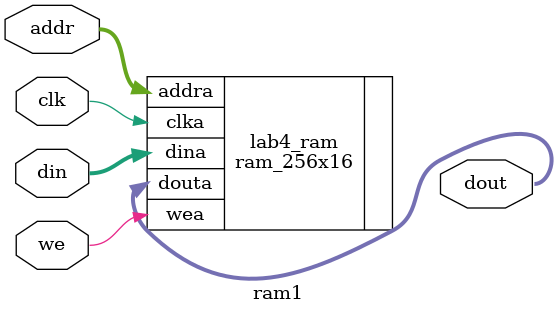
<source format=v>
`timescale 1ns / 1ps
module ram1(clk, we, addr, din, dout);

   input           clk;       // on-board clock(100MHz)
   input            we;       // Write enable (btnR)
   input  [ 7:0]  addr;       // Address pointer (from address sequencer)
   input  [15:0]   din;       // data input (from switches)
   output [15:0]  dout;       // data output (to display controller)

   // call the instant of memory using Xilinx CoreGen IP
   ram_256x16 lab4_ram (
     .clka(clk),     // input clka
     .wea(we),       // input  [ 0 : 0] wea
     .addra(addr),   // input  [ 7 : 0] addra
     .dina(din),     // input  [15 : 0] dina
     .douta(dout)    // output [15 : 0] douta
   );

endmodule

</source>
